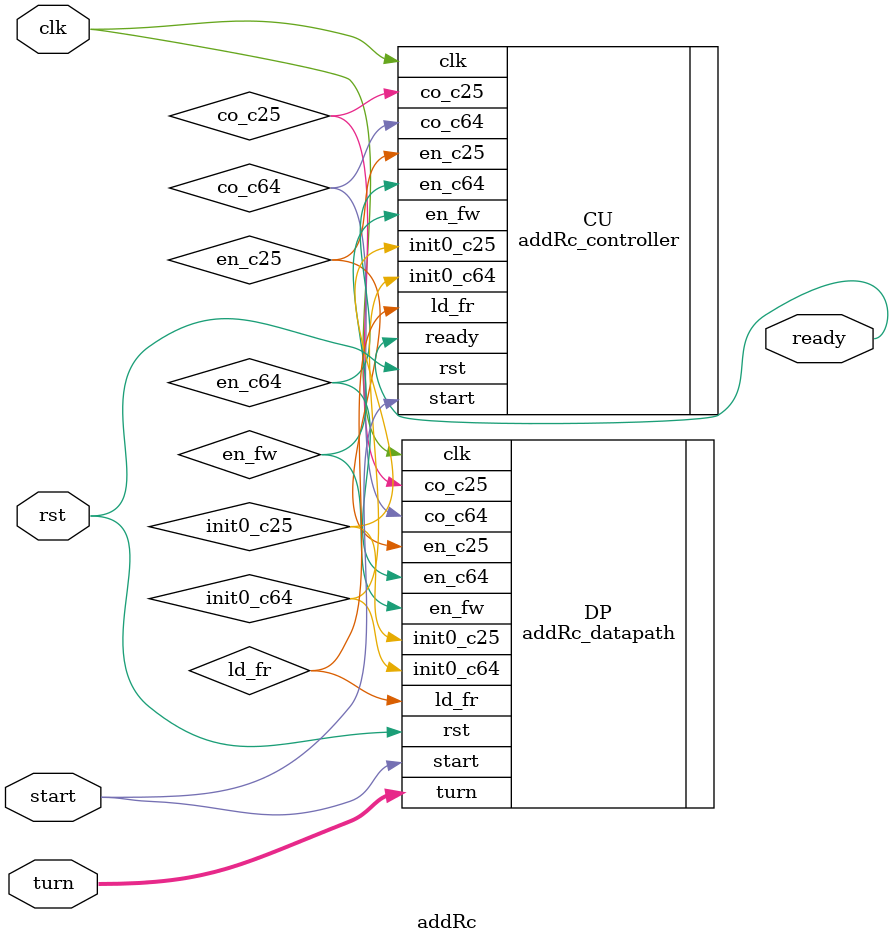
<source format=v>
`timescale 1ns/1ns
module addRc(clk, rst, start, turn, ready);
	
	input clk;
	input rst;
	input start;
	input [4:0] turn;
	
	output ready;
	
	wire ld_fr, en_fw, init0_c64, init0_c25, en_c64, en_c25, co_c64, co_c25;
	
	addRc_datapath DP(
	           .clk(clk), 
	           .rst(rst), 
			   .start(start),
	           .ld_fr(ld_fr), 
	           .en_fw(en_fw),
	           .init0_c64(init0_c64),
	           .init0_c25(init0_c25),
	           .en_c64(en_c64),
	           .en_c25(en_c25),
			   .turn(turn),
	           .co_c64(co_c64),
	           .co_c25(co_c25)
	           );
	
	addRc_controller CU(
	             .clk(clk), 
	             .rst(rst), 
	             .start(start), 
	             .co_c64(co_c64),
	             .co_c25(co_c25),
	             .ld_fr(ld_fr), 
	             .en_fw(en_fw),
	             .init0_c64(init0_c64),
	             .init0_c25(init0_c25),
	             .en_c64(en_c64),
	             .en_c25(en_c25),
	             .ready(ready)
	             );
	             
endmodule

</source>
